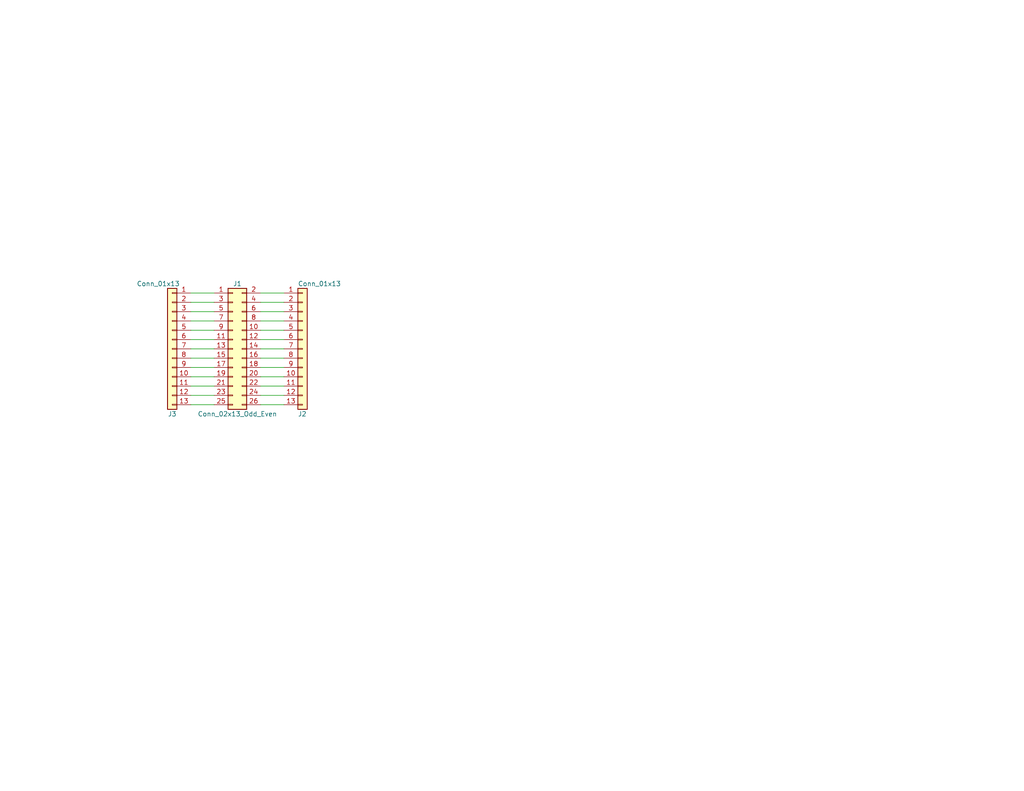
<source format=kicad_sch>
(kicad_sch (version 20211123) (generator eeschema)

  (uuid e63e39d7-6ac0-4ffd-8aa3-1841a4541b55)

  (paper "USLetter")

  (title_block
    (title "MCB Breadboard Connector")
    (date "2022-02-14")
  )

  (lib_symbols
    (symbol "Connector_Generic:Conn_01x13" (pin_names (offset 1.016) hide) (in_bom yes) (on_board yes)
      (property "Reference" "J" (id 0) (at 0 17.78 0)
        (effects (font (size 1.27 1.27)))
      )
      (property "Value" "Conn_01x13" (id 1) (at 0 -17.78 0)
        (effects (font (size 1.27 1.27)))
      )
      (property "Footprint" "" (id 2) (at 0 0 0)
        (effects (font (size 1.27 1.27)) hide)
      )
      (property "Datasheet" "~" (id 3) (at 0 0 0)
        (effects (font (size 1.27 1.27)) hide)
      )
      (property "ki_keywords" "connector" (id 4) (at 0 0 0)
        (effects (font (size 1.27 1.27)) hide)
      )
      (property "ki_description" "Generic connector, single row, 01x13, script generated (kicad-library-utils/schlib/autogen/connector/)" (id 5) (at 0 0 0)
        (effects (font (size 1.27 1.27)) hide)
      )
      (property "ki_fp_filters" "Connector*:*_1x??_*" (id 6) (at 0 0 0)
        (effects (font (size 1.27 1.27)) hide)
      )
      (symbol "Conn_01x13_1_1"
        (rectangle (start -1.27 -15.113) (end 0 -15.367)
          (stroke (width 0.1524) (type default) (color 0 0 0 0))
          (fill (type none))
        )
        (rectangle (start -1.27 -12.573) (end 0 -12.827)
          (stroke (width 0.1524) (type default) (color 0 0 0 0))
          (fill (type none))
        )
        (rectangle (start -1.27 -10.033) (end 0 -10.287)
          (stroke (width 0.1524) (type default) (color 0 0 0 0))
          (fill (type none))
        )
        (rectangle (start -1.27 -7.493) (end 0 -7.747)
          (stroke (width 0.1524) (type default) (color 0 0 0 0))
          (fill (type none))
        )
        (rectangle (start -1.27 -4.953) (end 0 -5.207)
          (stroke (width 0.1524) (type default) (color 0 0 0 0))
          (fill (type none))
        )
        (rectangle (start -1.27 -2.413) (end 0 -2.667)
          (stroke (width 0.1524) (type default) (color 0 0 0 0))
          (fill (type none))
        )
        (rectangle (start -1.27 0.127) (end 0 -0.127)
          (stroke (width 0.1524) (type default) (color 0 0 0 0))
          (fill (type none))
        )
        (rectangle (start -1.27 2.667) (end 0 2.413)
          (stroke (width 0.1524) (type default) (color 0 0 0 0))
          (fill (type none))
        )
        (rectangle (start -1.27 5.207) (end 0 4.953)
          (stroke (width 0.1524) (type default) (color 0 0 0 0))
          (fill (type none))
        )
        (rectangle (start -1.27 7.747) (end 0 7.493)
          (stroke (width 0.1524) (type default) (color 0 0 0 0))
          (fill (type none))
        )
        (rectangle (start -1.27 10.287) (end 0 10.033)
          (stroke (width 0.1524) (type default) (color 0 0 0 0))
          (fill (type none))
        )
        (rectangle (start -1.27 12.827) (end 0 12.573)
          (stroke (width 0.1524) (type default) (color 0 0 0 0))
          (fill (type none))
        )
        (rectangle (start -1.27 15.367) (end 0 15.113)
          (stroke (width 0.1524) (type default) (color 0 0 0 0))
          (fill (type none))
        )
        (rectangle (start -1.27 16.51) (end 1.27 -16.51)
          (stroke (width 0.254) (type default) (color 0 0 0 0))
          (fill (type background))
        )
        (pin passive line (at -5.08 15.24 0) (length 3.81)
          (name "Pin_1" (effects (font (size 1.27 1.27))))
          (number "1" (effects (font (size 1.27 1.27))))
        )
        (pin passive line (at -5.08 -7.62 0) (length 3.81)
          (name "Pin_10" (effects (font (size 1.27 1.27))))
          (number "10" (effects (font (size 1.27 1.27))))
        )
        (pin passive line (at -5.08 -10.16 0) (length 3.81)
          (name "Pin_11" (effects (font (size 1.27 1.27))))
          (number "11" (effects (font (size 1.27 1.27))))
        )
        (pin passive line (at -5.08 -12.7 0) (length 3.81)
          (name "Pin_12" (effects (font (size 1.27 1.27))))
          (number "12" (effects (font (size 1.27 1.27))))
        )
        (pin passive line (at -5.08 -15.24 0) (length 3.81)
          (name "Pin_13" (effects (font (size 1.27 1.27))))
          (number "13" (effects (font (size 1.27 1.27))))
        )
        (pin passive line (at -5.08 12.7 0) (length 3.81)
          (name "Pin_2" (effects (font (size 1.27 1.27))))
          (number "2" (effects (font (size 1.27 1.27))))
        )
        (pin passive line (at -5.08 10.16 0) (length 3.81)
          (name "Pin_3" (effects (font (size 1.27 1.27))))
          (number "3" (effects (font (size 1.27 1.27))))
        )
        (pin passive line (at -5.08 7.62 0) (length 3.81)
          (name "Pin_4" (effects (font (size 1.27 1.27))))
          (number "4" (effects (font (size 1.27 1.27))))
        )
        (pin passive line (at -5.08 5.08 0) (length 3.81)
          (name "Pin_5" (effects (font (size 1.27 1.27))))
          (number "5" (effects (font (size 1.27 1.27))))
        )
        (pin passive line (at -5.08 2.54 0) (length 3.81)
          (name "Pin_6" (effects (font (size 1.27 1.27))))
          (number "6" (effects (font (size 1.27 1.27))))
        )
        (pin passive line (at -5.08 0 0) (length 3.81)
          (name "Pin_7" (effects (font (size 1.27 1.27))))
          (number "7" (effects (font (size 1.27 1.27))))
        )
        (pin passive line (at -5.08 -2.54 0) (length 3.81)
          (name "Pin_8" (effects (font (size 1.27 1.27))))
          (number "8" (effects (font (size 1.27 1.27))))
        )
        (pin passive line (at -5.08 -5.08 0) (length 3.81)
          (name "Pin_9" (effects (font (size 1.27 1.27))))
          (number "9" (effects (font (size 1.27 1.27))))
        )
      )
    )
    (symbol "Connector_Generic:Conn_02x13_Odd_Even" (pin_names (offset 1.016) hide) (in_bom yes) (on_board yes)
      (property "Reference" "J" (id 0) (at 1.27 17.78 0)
        (effects (font (size 1.27 1.27)))
      )
      (property "Value" "Conn_02x13_Odd_Even" (id 1) (at 1.27 -17.78 0)
        (effects (font (size 1.27 1.27)))
      )
      (property "Footprint" "" (id 2) (at 0 0 0)
        (effects (font (size 1.27 1.27)) hide)
      )
      (property "Datasheet" "~" (id 3) (at 0 0 0)
        (effects (font (size 1.27 1.27)) hide)
      )
      (property "ki_keywords" "connector" (id 4) (at 0 0 0)
        (effects (font (size 1.27 1.27)) hide)
      )
      (property "ki_description" "Generic connector, double row, 02x13, odd/even pin numbering scheme (row 1 odd numbers, row 2 even numbers), script generated (kicad-library-utils/schlib/autogen/connector/)" (id 5) (at 0 0 0)
        (effects (font (size 1.27 1.27)) hide)
      )
      (property "ki_fp_filters" "Connector*:*_2x??_*" (id 6) (at 0 0 0)
        (effects (font (size 1.27 1.27)) hide)
      )
      (symbol "Conn_02x13_Odd_Even_1_1"
        (rectangle (start -1.27 -15.113) (end 0 -15.367)
          (stroke (width 0.1524) (type default) (color 0 0 0 0))
          (fill (type none))
        )
        (rectangle (start -1.27 -12.573) (end 0 -12.827)
          (stroke (width 0.1524) (type default) (color 0 0 0 0))
          (fill (type none))
        )
        (rectangle (start -1.27 -10.033) (end 0 -10.287)
          (stroke (width 0.1524) (type default) (color 0 0 0 0))
          (fill (type none))
        )
        (rectangle (start -1.27 -7.493) (end 0 -7.747)
          (stroke (width 0.1524) (type default) (color 0 0 0 0))
          (fill (type none))
        )
        (rectangle (start -1.27 -4.953) (end 0 -5.207)
          (stroke (width 0.1524) (type default) (color 0 0 0 0))
          (fill (type none))
        )
        (rectangle (start -1.27 -2.413) (end 0 -2.667)
          (stroke (width 0.1524) (type default) (color 0 0 0 0))
          (fill (type none))
        )
        (rectangle (start -1.27 0.127) (end 0 -0.127)
          (stroke (width 0.1524) (type default) (color 0 0 0 0))
          (fill (type none))
        )
        (rectangle (start -1.27 2.667) (end 0 2.413)
          (stroke (width 0.1524) (type default) (color 0 0 0 0))
          (fill (type none))
        )
        (rectangle (start -1.27 5.207) (end 0 4.953)
          (stroke (width 0.1524) (type default) (color 0 0 0 0))
          (fill (type none))
        )
        (rectangle (start -1.27 7.747) (end 0 7.493)
          (stroke (width 0.1524) (type default) (color 0 0 0 0))
          (fill (type none))
        )
        (rectangle (start -1.27 10.287) (end 0 10.033)
          (stroke (width 0.1524) (type default) (color 0 0 0 0))
          (fill (type none))
        )
        (rectangle (start -1.27 12.827) (end 0 12.573)
          (stroke (width 0.1524) (type default) (color 0 0 0 0))
          (fill (type none))
        )
        (rectangle (start -1.27 15.367) (end 0 15.113)
          (stroke (width 0.1524) (type default) (color 0 0 0 0))
          (fill (type none))
        )
        (rectangle (start -1.27 16.51) (end 3.81 -16.51)
          (stroke (width 0.254) (type default) (color 0 0 0 0))
          (fill (type background))
        )
        (rectangle (start 3.81 -15.113) (end 2.54 -15.367)
          (stroke (width 0.1524) (type default) (color 0 0 0 0))
          (fill (type none))
        )
        (rectangle (start 3.81 -12.573) (end 2.54 -12.827)
          (stroke (width 0.1524) (type default) (color 0 0 0 0))
          (fill (type none))
        )
        (rectangle (start 3.81 -10.033) (end 2.54 -10.287)
          (stroke (width 0.1524) (type default) (color 0 0 0 0))
          (fill (type none))
        )
        (rectangle (start 3.81 -7.493) (end 2.54 -7.747)
          (stroke (width 0.1524) (type default) (color 0 0 0 0))
          (fill (type none))
        )
        (rectangle (start 3.81 -4.953) (end 2.54 -5.207)
          (stroke (width 0.1524) (type default) (color 0 0 0 0))
          (fill (type none))
        )
        (rectangle (start 3.81 -2.413) (end 2.54 -2.667)
          (stroke (width 0.1524) (type default) (color 0 0 0 0))
          (fill (type none))
        )
        (rectangle (start 3.81 0.127) (end 2.54 -0.127)
          (stroke (width 0.1524) (type default) (color 0 0 0 0))
          (fill (type none))
        )
        (rectangle (start 3.81 2.667) (end 2.54 2.413)
          (stroke (width 0.1524) (type default) (color 0 0 0 0))
          (fill (type none))
        )
        (rectangle (start 3.81 5.207) (end 2.54 4.953)
          (stroke (width 0.1524) (type default) (color 0 0 0 0))
          (fill (type none))
        )
        (rectangle (start 3.81 7.747) (end 2.54 7.493)
          (stroke (width 0.1524) (type default) (color 0 0 0 0))
          (fill (type none))
        )
        (rectangle (start 3.81 10.287) (end 2.54 10.033)
          (stroke (width 0.1524) (type default) (color 0 0 0 0))
          (fill (type none))
        )
        (rectangle (start 3.81 12.827) (end 2.54 12.573)
          (stroke (width 0.1524) (type default) (color 0 0 0 0))
          (fill (type none))
        )
        (rectangle (start 3.81 15.367) (end 2.54 15.113)
          (stroke (width 0.1524) (type default) (color 0 0 0 0))
          (fill (type none))
        )
        (pin passive line (at -5.08 15.24 0) (length 3.81)
          (name "Pin_1" (effects (font (size 1.27 1.27))))
          (number "1" (effects (font (size 1.27 1.27))))
        )
        (pin passive line (at 7.62 5.08 180) (length 3.81)
          (name "Pin_10" (effects (font (size 1.27 1.27))))
          (number "10" (effects (font (size 1.27 1.27))))
        )
        (pin passive line (at -5.08 2.54 0) (length 3.81)
          (name "Pin_11" (effects (font (size 1.27 1.27))))
          (number "11" (effects (font (size 1.27 1.27))))
        )
        (pin passive line (at 7.62 2.54 180) (length 3.81)
          (name "Pin_12" (effects (font (size 1.27 1.27))))
          (number "12" (effects (font (size 1.27 1.27))))
        )
        (pin passive line (at -5.08 0 0) (length 3.81)
          (name "Pin_13" (effects (font (size 1.27 1.27))))
          (number "13" (effects (font (size 1.27 1.27))))
        )
        (pin passive line (at 7.62 0 180) (length 3.81)
          (name "Pin_14" (effects (font (size 1.27 1.27))))
          (number "14" (effects (font (size 1.27 1.27))))
        )
        (pin passive line (at -5.08 -2.54 0) (length 3.81)
          (name "Pin_15" (effects (font (size 1.27 1.27))))
          (number "15" (effects (font (size 1.27 1.27))))
        )
        (pin passive line (at 7.62 -2.54 180) (length 3.81)
          (name "Pin_16" (effects (font (size 1.27 1.27))))
          (number "16" (effects (font (size 1.27 1.27))))
        )
        (pin passive line (at -5.08 -5.08 0) (length 3.81)
          (name "Pin_17" (effects (font (size 1.27 1.27))))
          (number "17" (effects (font (size 1.27 1.27))))
        )
        (pin passive line (at 7.62 -5.08 180) (length 3.81)
          (name "Pin_18" (effects (font (size 1.27 1.27))))
          (number "18" (effects (font (size 1.27 1.27))))
        )
        (pin passive line (at -5.08 -7.62 0) (length 3.81)
          (name "Pin_19" (effects (font (size 1.27 1.27))))
          (number "19" (effects (font (size 1.27 1.27))))
        )
        (pin passive line (at 7.62 15.24 180) (length 3.81)
          (name "Pin_2" (effects (font (size 1.27 1.27))))
          (number "2" (effects (font (size 1.27 1.27))))
        )
        (pin passive line (at 7.62 -7.62 180) (length 3.81)
          (name "Pin_20" (effects (font (size 1.27 1.27))))
          (number "20" (effects (font (size 1.27 1.27))))
        )
        (pin passive line (at -5.08 -10.16 0) (length 3.81)
          (name "Pin_21" (effects (font (size 1.27 1.27))))
          (number "21" (effects (font (size 1.27 1.27))))
        )
        (pin passive line (at 7.62 -10.16 180) (length 3.81)
          (name "Pin_22" (effects (font (size 1.27 1.27))))
          (number "22" (effects (font (size 1.27 1.27))))
        )
        (pin passive line (at -5.08 -12.7 0) (length 3.81)
          (name "Pin_23" (effects (font (size 1.27 1.27))))
          (number "23" (effects (font (size 1.27 1.27))))
        )
        (pin passive line (at 7.62 -12.7 180) (length 3.81)
          (name "Pin_24" (effects (font (size 1.27 1.27))))
          (number "24" (effects (font (size 1.27 1.27))))
        )
        (pin passive line (at -5.08 -15.24 0) (length 3.81)
          (name "Pin_25" (effects (font (size 1.27 1.27))))
          (number "25" (effects (font (size 1.27 1.27))))
        )
        (pin passive line (at 7.62 -15.24 180) (length 3.81)
          (name "Pin_26" (effects (font (size 1.27 1.27))))
          (number "26" (effects (font (size 1.27 1.27))))
        )
        (pin passive line (at -5.08 12.7 0) (length 3.81)
          (name "Pin_3" (effects (font (size 1.27 1.27))))
          (number "3" (effects (font (size 1.27 1.27))))
        )
        (pin passive line (at 7.62 12.7 180) (length 3.81)
          (name "Pin_4" (effects (font (size 1.27 1.27))))
          (number "4" (effects (font (size 1.27 1.27))))
        )
        (pin passive line (at -5.08 10.16 0) (length 3.81)
          (name "Pin_5" (effects (font (size 1.27 1.27))))
          (number "5" (effects (font (size 1.27 1.27))))
        )
        (pin passive line (at 7.62 10.16 180) (length 3.81)
          (name "Pin_6" (effects (font (size 1.27 1.27))))
          (number "6" (effects (font (size 1.27 1.27))))
        )
        (pin passive line (at -5.08 7.62 0) (length 3.81)
          (name "Pin_7" (effects (font (size 1.27 1.27))))
          (number "7" (effects (font (size 1.27 1.27))))
        )
        (pin passive line (at 7.62 7.62 180) (length 3.81)
          (name "Pin_8" (effects (font (size 1.27 1.27))))
          (number "8" (effects (font (size 1.27 1.27))))
        )
        (pin passive line (at -5.08 5.08 0) (length 3.81)
          (name "Pin_9" (effects (font (size 1.27 1.27))))
          (number "9" (effects (font (size 1.27 1.27))))
        )
      )
    )
  )


  (wire (pts (xy 52.07 110.49) (xy 58.42 110.49))
    (stroke (width 0) (type default) (color 0 0 0 0))
    (uuid 0258e548-f569-4627-a915-00bd34d6fda1)
  )
  (wire (pts (xy 71.12 87.63) (xy 77.47 87.63))
    (stroke (width 0) (type default) (color 0 0 0 0))
    (uuid 0b07151d-1e51-4c5c-9507-078287d5cd55)
  )
  (wire (pts (xy 52.07 80.01) (xy 58.42 80.01))
    (stroke (width 0) (type default) (color 0 0 0 0))
    (uuid 117ad267-a2ed-4c03-8c00-1cabb53796ed)
  )
  (wire (pts (xy 71.12 105.41) (xy 77.47 105.41))
    (stroke (width 0) (type default) (color 0 0 0 0))
    (uuid 17b9cda2-84c0-43a9-ab43-d5d2ab957b11)
  )
  (wire (pts (xy 71.12 82.55) (xy 77.47 82.55))
    (stroke (width 0) (type default) (color 0 0 0 0))
    (uuid 1c8135b7-f279-409a-af45-66e5c2a7f1c7)
  )
  (wire (pts (xy 71.12 107.95) (xy 77.47 107.95))
    (stroke (width 0) (type default) (color 0 0 0 0))
    (uuid 1cda08bf-1395-417b-9ec6-990ce1b98d1b)
  )
  (wire (pts (xy 71.12 92.71) (xy 77.47 92.71))
    (stroke (width 0) (type default) (color 0 0 0 0))
    (uuid 28982f72-6a21-42d3-9eff-d562b5280b29)
  )
  (wire (pts (xy 71.12 85.09) (xy 77.47 85.09))
    (stroke (width 0) (type default) (color 0 0 0 0))
    (uuid 45516e5a-9781-4ff7-a199-70cd2f997f53)
  )
  (wire (pts (xy 52.07 82.55) (xy 58.42 82.55))
    (stroke (width 0) (type default) (color 0 0 0 0))
    (uuid 4afe149d-7f7a-419c-ba79-a62e3fb7a78c)
  )
  (wire (pts (xy 52.07 95.25) (xy 58.42 95.25))
    (stroke (width 0) (type default) (color 0 0 0 0))
    (uuid 4e4f9f50-3541-4b2e-9f9d-ab8c7f79dad9)
  )
  (wire (pts (xy 71.12 100.33) (xy 77.47 100.33))
    (stroke (width 0) (type default) (color 0 0 0 0))
    (uuid 56a8dea3-cbdd-4394-8859-f5caf767f6fe)
  )
  (wire (pts (xy 52.07 85.09) (xy 58.42 85.09))
    (stroke (width 0) (type default) (color 0 0 0 0))
    (uuid 5bb120dd-26df-4fc5-9c51-c51c2ac10796)
  )
  (wire (pts (xy 71.12 95.25) (xy 77.47 95.25))
    (stroke (width 0) (type default) (color 0 0 0 0))
    (uuid 5e6884aa-6054-45a8-a0c8-566f67cc4cb9)
  )
  (wire (pts (xy 52.07 105.41) (xy 58.42 105.41))
    (stroke (width 0) (type default) (color 0 0 0 0))
    (uuid 70a77887-c68e-40fb-8ece-b0756e121ab9)
  )
  (wire (pts (xy 52.07 100.33) (xy 58.42 100.33))
    (stroke (width 0) (type default) (color 0 0 0 0))
    (uuid 83296c4b-6c27-4f18-b4d8-ae781e49062e)
  )
  (wire (pts (xy 52.07 90.17) (xy 58.42 90.17))
    (stroke (width 0) (type default) (color 0 0 0 0))
    (uuid a5e732e4-ca6c-4355-a7ba-f9802a6de2f4)
  )
  (wire (pts (xy 71.12 102.87) (xy 77.47 102.87))
    (stroke (width 0) (type default) (color 0 0 0 0))
    (uuid a860c8ea-1d27-4471-8e10-446175bdbafb)
  )
  (wire (pts (xy 71.12 80.01) (xy 77.47 80.01))
    (stroke (width 0) (type default) (color 0 0 0 0))
    (uuid aa838d7e-ef4a-4c6d-b14b-48deee7c8790)
  )
  (wire (pts (xy 52.07 92.71) (xy 58.42 92.71))
    (stroke (width 0) (type default) (color 0 0 0 0))
    (uuid b00d253b-7f25-4acd-be7d-54e6d5b55095)
  )
  (wire (pts (xy 52.07 97.79) (xy 58.42 97.79))
    (stroke (width 0) (type default) (color 0 0 0 0))
    (uuid b1615459-88f4-416f-b5c0-4e3df7b71cc4)
  )
  (wire (pts (xy 52.07 107.95) (xy 58.42 107.95))
    (stroke (width 0) (type default) (color 0 0 0 0))
    (uuid b42f649e-544c-42b2-8d29-b639e2cf108d)
  )
  (wire (pts (xy 52.07 102.87) (xy 58.42 102.87))
    (stroke (width 0) (type default) (color 0 0 0 0))
    (uuid c49680c0-7222-4429-8955-505832a0c248)
  )
  (wire (pts (xy 71.12 110.49) (xy 77.47 110.49))
    (stroke (width 0) (type default) (color 0 0 0 0))
    (uuid c72f49b8-3b9b-44a2-bb44-25315ffb7eed)
  )
  (wire (pts (xy 71.12 90.17) (xy 77.47 90.17))
    (stroke (width 0) (type default) (color 0 0 0 0))
    (uuid dcb44da4-e69b-4c96-922f-68be91b6f5db)
  )
  (wire (pts (xy 71.12 97.79) (xy 77.47 97.79))
    (stroke (width 0) (type default) (color 0 0 0 0))
    (uuid ef83375f-3fef-43c5-b74d-72388866aad9)
  )
  (wire (pts (xy 52.07 87.63) (xy 58.42 87.63))
    (stroke (width 0) (type default) (color 0 0 0 0))
    (uuid f053d67e-5cea-4620-bec6-ec97dab26187)
  )

  (symbol (lib_id "Connector_Generic:Conn_02x13_Odd_Even") (at 63.5 95.25 0) (unit 1)
    (in_bom yes) (on_board yes)
    (uuid 0bcafe80-ffba-4f1e-ae51-95a595b006db)
    (property "Reference" "J1" (id 0) (at 64.77 77.47 0))
    (property "Value" "Conn_02x13_Odd_Even" (id 1) (at 64.77 113.03 0))
    (property "Footprint" "Connector_IDC:IDC-Header_2x13_P2.54mm_Vertical" (id 2) (at 63.5 95.25 0)
      (effects (font (size 1.27 1.27)) hide)
    )
    (property "Datasheet" "~" (id 3) (at 63.5 95.25 0)
      (effects (font (size 1.27 1.27)) hide)
    )
    (pin "1" (uuid 6f80f798-dc24-438f-a1eb-4ee2936267c8))
    (pin "10" (uuid f66398f1-1ae7-4d4d-939f-958c174c6bce))
    (pin "11" (uuid 088f77ba-fca9-42b3-876e-a6937267f957))
    (pin "12" (uuid 71989e06-8659-4605-b2da-4f729cc41263))
    (pin "13" (uuid 9a0b74a5-4879-4b51-8e8e-6d85a0107422))
    (pin "14" (uuid eae14f5f-515c-4a6f-ad0e-e8ef233d14bf))
    (pin "15" (uuid 6e435cd4-da2b-4602-a0aa-5dd988834dff))
    (pin "16" (uuid 6f675e5f-8fe6-4148-baf1-da97afc770f8))
    (pin "17" (uuid d69a5fdf-de15-4ec9-94f6-f9ee2f4b69fa))
    (pin "18" (uuid 917920ab-0c6e-4927-974d-ef342cdd4f63))
    (pin "19" (uuid 8fc062a7-114d-48eb-a8f8-71128838f380))
    (pin "2" (uuid 4f411f68-04bd-4175-a406-bcaa4cf6601e))
    (pin "20" (uuid 1fa508ef-df83-4c99-846b-9acf535b3ad9))
    (pin "21" (uuid 155b0b7c-70b4-4a26-a550-bac13cab0aa4))
    (pin "22" (uuid 399fc36a-ed5d-44b5-82f7-c6f83d9acc14))
    (pin "23" (uuid fbe8ebfc-2a8e-4eb8-85c5-38ddeaa5dd00))
    (pin "24" (uuid 00e38d63-5436-49db-81f5-697421f168fc))
    (pin "25" (uuid 70e4263f-d95a-4431-b3f3-cfc800c82056))
    (pin "26" (uuid 38a501e2-0ee8-439d-bd02-e9e90e7503e9))
    (pin "3" (uuid c0c2eb8e-f6d1-4506-8e6b-4f995ad74c1f))
    (pin "4" (uuid f9c81c26-f253-4227-a69f-53e64841cfbe))
    (pin "5" (uuid 61fe4c73-be59-4519-98f1-a634322a841d))
    (pin "6" (uuid e5864fe6-2a71-47f0-90ce-38c3f8901580))
    (pin "7" (uuid 699feae1-8cdd-4d2b-947f-f24849c73cdb))
    (pin "8" (uuid d88958ac-68cd-4955-a63f-0eaa329dec86))
    (pin "9" (uuid b6cd701f-4223-4e72-a305-466869ccb250))
  )

  (symbol (lib_id "Connector_Generic:Conn_01x13") (at 46.99 95.25 0) (mirror y) (unit 1)
    (in_bom yes) (on_board yes)
    (uuid 3a1dbf7b-46ab-4381-b591-554d2769ad07)
    (property "Reference" "J3" (id 0) (at 46.99 113.03 0))
    (property "Value" "Conn_01x13" (id 1) (at 43.18 77.47 0))
    (property "Footprint" "Connector_PinHeader_2.54mm:PinHeader_1x13_P2.54mm_Vertical" (id 2) (at 46.99 95.25 0)
      (effects (font (size 1.27 1.27)) hide)
    )
    (property "Datasheet" "~" (id 3) (at 46.99 95.25 0)
      (effects (font (size 1.27 1.27)) hide)
    )
    (pin "1" (uuid 0afd37e6-c2e9-4c6e-b9a2-eca94af91d19))
    (pin "10" (uuid 007379b7-5514-4f18-bb17-a7345a888a50))
    (pin "11" (uuid 6f5e15d3-8889-4380-8ba4-82af742cd899))
    (pin "12" (uuid bb8f7dba-8ef6-4057-b135-05bf0aa71ee1))
    (pin "13" (uuid 82f32688-55a7-455e-a0b9-830a1e12ca5f))
    (pin "2" (uuid cc9dd676-a02d-4e3e-a323-2bb125cf0008))
    (pin "3" (uuid 164456cc-f492-48d5-badf-1376d672260d))
    (pin "4" (uuid 2310e914-48d5-4646-b652-52aecae8538f))
    (pin "5" (uuid 88ac54d2-fbab-47d5-99b7-9af1eb96e113))
    (pin "6" (uuid a57ab11c-092f-4f9a-9ff5-adee03ba2e25))
    (pin "7" (uuid 8271dfba-3962-4c80-a371-fd4d42efa2fe))
    (pin "8" (uuid c807b689-bc4c-4360-a355-4bb0e4c00ec1))
    (pin "9" (uuid 9a609661-5895-4db4-a600-14bffdacc16e))
  )

  (symbol (lib_id "Connector_Generic:Conn_01x13") (at 82.55 95.25 0) (unit 1)
    (in_bom yes) (on_board yes)
    (uuid 7ea5fa02-788a-478b-aebb-c1380934d36b)
    (property "Reference" "J2" (id 0) (at 81.28 113.03 0)
      (effects (font (size 1.27 1.27)) (justify left))
    )
    (property "Value" "Conn_01x13" (id 1) (at 81.28 77.47 0)
      (effects (font (size 1.27 1.27)) (justify left))
    )
    (property "Footprint" "Connector_PinHeader_2.54mm:PinHeader_1x13_P2.54mm_Vertical" (id 2) (at 82.55 95.25 0)
      (effects (font (size 1.27 1.27)) hide)
    )
    (property "Datasheet" "~" (id 3) (at 82.55 95.25 0)
      (effects (font (size 1.27 1.27)) hide)
    )
    (pin "1" (uuid 1c6434d3-2eb4-45c4-919b-76bc5df93b2a))
    (pin "10" (uuid 14202ecb-5941-455d-a867-b86716db90d7))
    (pin "11" (uuid 02c86f21-caef-4fbc-95b0-d828a7114318))
    (pin "12" (uuid 21930fd1-46a2-4b3e-9765-d207f0464a07))
    (pin "13" (uuid 3406438b-af44-4c6b-93b5-d0d24ae94a91))
    (pin "2" (uuid dd25caf2-c470-499e-9b28-d47564283b2f))
    (pin "3" (uuid bdc5ca11-10e5-4600-9ef9-bb85404d6bea))
    (pin "4" (uuid 39b32332-d6eb-4066-9c5a-784c77cb509f))
    (pin "5" (uuid 1b77c8f9-b0fa-45ba-a726-522a68924cf1))
    (pin "6" (uuid 9c6800c7-760c-4f03-9c91-64575523dd35))
    (pin "7" (uuid f7cd5e79-c8f9-4e9b-991c-a91934b795d2))
    (pin "8" (uuid 4711680f-0033-4792-90b3-99dc2aa8a7cf))
    (pin "9" (uuid 4da42412-11c8-43c1-a7e4-fee17c98b4ba))
  )

  (sheet_instances
    (path "/" (page "1"))
  )

  (symbol_instances
    (path "/0bcafe80-ffba-4f1e-ae51-95a595b006db"
      (reference "J1") (unit 1) (value "Conn_02x13_Odd_Even") (footprint "Connector_IDC:IDC-Header_2x13_P2.54mm_Vertical")
    )
    (path "/7ea5fa02-788a-478b-aebb-c1380934d36b"
      (reference "J2") (unit 1) (value "Conn_01x13") (footprint "Connector_PinHeader_2.54mm:PinHeader_1x13_P2.54mm_Vertical")
    )
    (path "/3a1dbf7b-46ab-4381-b591-554d2769ad07"
      (reference "J3") (unit 1) (value "Conn_01x13") (footprint "Connector_PinHeader_2.54mm:PinHeader_1x13_P2.54mm_Vertical")
    )
  )
)

</source>
